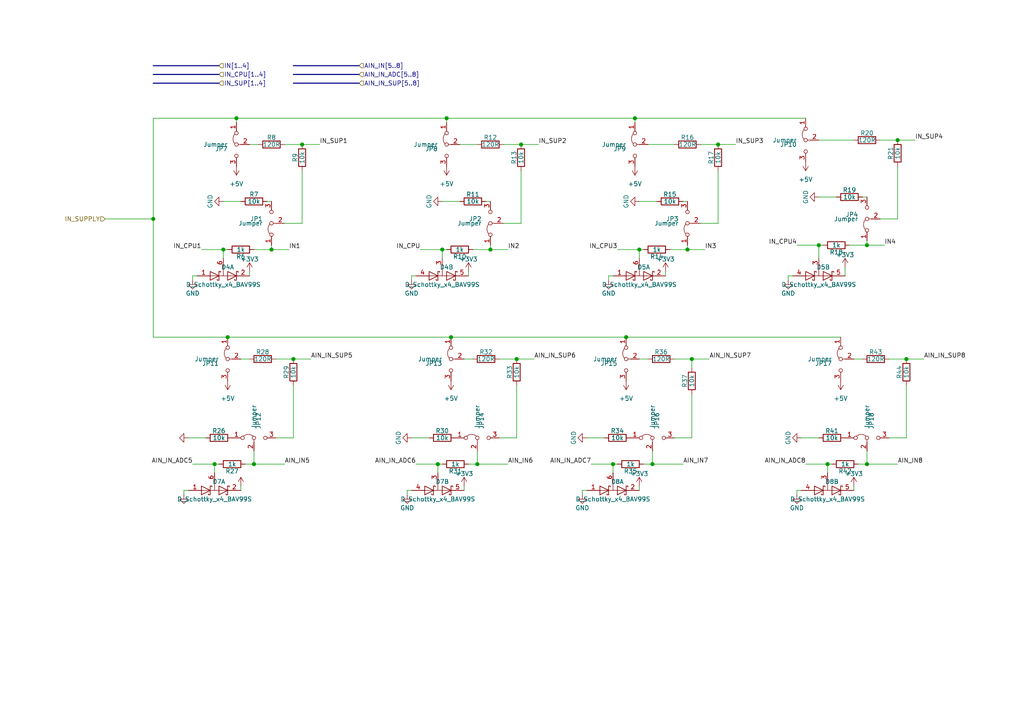
<source format=kicad_sch>
(kicad_sch (version 20201015) (generator eeschema)
  (paper "A4")
  (title_block (title "Uni printer") (date "2020-04-30") (rev "2.0") (company "Kartech") (comment 1 "jaroslaw.karwik@gmail.com"))
  (lib_symbols
    (symbol "Uni_Printer-rescue:+5V-power" (power) (pin_names (offset 0))
      (property "Value" "+5V-power" (at 0 3.556 0))
      (symbol "+5V-power_0_1"
        (polyline (pts (xy -0.762 1.27) (xy 0 2.54)))
        (polyline (pts (xy 0 0) (xy 0 2.54)))
        (polyline (pts (xy 0 2.54) (xy 0.762 1.27)))
      )
      (symbol "+5V-power_1_1"
        (pin power_in line (at 0 0 90) (length 0) hide (name "+5V") (number "1"))
      )
    )
    (symbol "Uni_Printer-rescue:D_Schottky_x4_BAV99S-RESCUE-step2cnc-Sensor_tank_v1-rescue-Uni_General_v1-rescue-Uni_Printer_v1-rescue" (pin_names (offset 0.762) hide)
      (property "Reference" "D" (at 1.27 -2.54 0))
      (property "Value" "D_Schottky_x4_BAV99S-RESCUE-step2cnc-Sensor_tank_v1-rescue-Uni_General_v1-rescue-Uni_Printer_v1-rescue" (at 0 2.54 0))
      (symbol "D_Schottky_x4_BAV99S-RESCUE-step2cnc-Sensor_tank_v1-rescue-Uni_General_v1-rescue-Uni_Printer_v1-rescue_0_1"
        (polyline (pts (xy 0 0) (xy 0 -2.54)))
        (polyline (pts (xy 3.81 0) (xy -3.81 0)))
        (polyline (pts (xy -1.27 -1.27) (xy -1.27 1.27) (xy -1.27 1.27)) (stroke (width 0.2032)))
        (polyline (pts (xy 3.81 1.27) (xy 3.81 -1.27) (xy 3.81 -1.27)) (stroke (width 0.2032)))
        (polyline (pts (xy -1.27 -1.27) (xy -0.762 -1.27) (xy -0.762 -1.016) (xy -0.762 -1.016)) (stroke (width 0.2032)))
        (polyline (pts (xy 3.81 -1.27) (xy 4.318 -1.27) (xy 4.318 -1.016) (xy 4.318 -1.016)) (stroke (width 0.2032)))
        (polyline (pts (xy 3.81 1.27) (xy 3.302 1.27) (xy 3.302 1.016) (xy 3.302 1.016)) (stroke (width 0.2032)))
        (polyline (pts (xy -1.778 1.016) (xy -1.778 1.27) (xy -1.27 1.27) (xy -1.27 1.27) (xy -1.27 1.27)) (stroke (width 0.2032)))
        (polyline (pts (xy -3.81 1.27) (xy -1.27 0) (xy -3.81 -1.27) (xy -3.81 1.27) (xy -3.81 1.27) (xy -3.81 1.27)) (stroke (width 0.2032)))
        (polyline (pts (xy 1.27 1.27) (xy 3.81 0) (xy 1.27 -1.27) (xy 1.27 1.27) (xy 1.27 1.27) (xy 1.27 1.27)) (stroke (width 0.2032)))
      )
      (symbol "D_Schottky_x4_BAV99S-RESCUE-step2cnc-Sensor_tank_v1-rescue-Uni_General_v1-rescue-Uni_Printer_v1-rescue_1_1"
        (pin passive line (at -7.62 0 0) (length 3.81) (name "A") (number "1"))
        (pin passive line (at 7.62 0 180) (length 3.81) (name "K") (number "2"))
        (pin passive line (at 0 -5.08 90) (length 2.54) (name "C") (number "6"))
      )
      (symbol "D_Schottky_x4_BAV99S-RESCUE-step2cnc-Sensor_tank_v1-rescue-Uni_General_v1-rescue-Uni_Printer_v1-rescue_2_1"
        (pin passive line (at 0 -5.08 90) (length 2.54) (name "C") (number "3"))
        (pin passive line (at -7.62 0 0) (length 3.81) (name "A") (number "4"))
        (pin passive line (at 7.62 0 180) (length 3.81) (name "K") (number "5"))
      )
    )
    (symbol "Uni_Printer-rescue:GND-Sensor_tank_v1-rescue-Uni_General_v1-rescue-Uni_Printer_v1-rescue" (power) (pin_names (offset 0))
      (property "Value" "GND-Sensor_tank_v1-rescue-Uni_General_v1-rescue-Uni_Printer_v1-rescue" (at 0 -3.81 0))
      (symbol "GND-Sensor_tank_v1-rescue-Uni_General_v1-rescue-Uni_Printer_v1-rescue_0_1"
        (polyline (pts (xy 0 0) (xy 0 -1.27) (xy 1.27 -1.27) (xy 0 -2.54) (xy -1.27 -1.27) (xy 0 -1.27)))
      )
      (symbol "GND-Sensor_tank_v1-rescue-Uni_General_v1-rescue-Uni_Printer_v1-rescue_1_1"
        (pin power_in line (at 0 0 270) (length 0) hide (name "GND") (number "1"))
      )
    )
    (symbol "Uni_Printer-rescue:Jumper_3_Bridged12-Jumper" (pin_names (offset 0) hide)
      (property "Reference" "JP" (at -2.54 -2.54 0))
      (property "Value" "Jumper_3_Bridged12-Jumper" (at 0 2.794 0))
      (symbol "Jumper_3_Bridged12-Jumper_0_0"
        (circle (center -3.302 0) (radius 0.508))
        (circle (center 0 0) (radius 0.508))
        (circle (center 3.302 0) (radius 0.508))
      )
      (symbol "Jumper_3_Bridged12-Jumper_0_1"
        (arc (start -3.048 0.508) (end -0.254 0.508) (radius (at -1.651 -1.27) (length 2.2606) (angles 128.2 51.8)))
        (polyline (pts (xy 0 -1.27) (xy 0 -0.508)))
      )
      (symbol "Jumper_3_Bridged12-Jumper_1_1"
        (pin passive line (at -6.35 0 0) (length 2.54) (name "A") (number "1"))
        (pin input line (at 0 -3.81 90) (length 2.54) (name "C") (number "2"))
        (pin passive line (at 6.35 0 180) (length 2.54) (name "B") (number "3"))
      )
    )
    (symbol "Uni_Printer-rescue:R-Sensor_tank_v1-rescue-Uni_General_v1-rescue-Uni_Printer_v1-rescue" (pin_numbers hide) (pin_names (offset 0))
      (property "Reference" "R" (at 2.032 0 90))
      (property "Value" "R-Sensor_tank_v1-rescue-Uni_General_v1-rescue-Uni_Printer_v1-rescue" (at 0 0 90))
      (symbol "R-Sensor_tank_v1-rescue-Uni_General_v1-rescue-Uni_Printer_v1-rescue_0_1"
        (rectangle (start -1.016 -2.54) (end 1.016 2.54) (stroke (width 0.254)))
      )
      (symbol "R-Sensor_tank_v1-rescue-Uni_General_v1-rescue-Uni_Printer_v1-rescue_1_1"
        (pin passive line (at 0 3.81 270) (length 1.27) (name "~") (number "1"))
        (pin passive line (at 0 -3.81 90) (length 1.27) (name "~") (number "2"))
      )
    )
    (symbol "power:+3V3" (power) (pin_names (offset 0))
      (property "Value" "+3V3" (at 0 3.556 0))
      (symbol "+3V3_0_1"
        (polyline (pts (xy -0.762 1.27) (xy 0 2.54)))
        (polyline (pts (xy 0 0) (xy 0 2.54)))
        (polyline (pts (xy 0 2.54) (xy 0.762 1.27)))
      )
      (symbol "+3V3_1_1"
        (pin power_in line (at 0 0 90) (length 0) hide (name "+3V3") (number "1"))
      )
    )
  )
  (junction (at 44.45 63.5) (diameter 1.016))
  (junction (at 62.23 134.62) (diameter 1.016))
  (junction (at 64.77 72.39) (diameter 1.016))
  (junction (at 66.04 97.79) (diameter 1.016))
  (junction (at 68.58 34.29) (diameter 1.016))
  (junction (at 73.66 134.62) (diameter 1.016))
  (junction (at 78.74 72.39) (diameter 1.016))
  (junction (at 85.09 104.14) (diameter 1.016))
  (junction (at 87.63 41.91) (diameter 1.016))
  (junction (at 127 134.62) (diameter 1.016))
  (junction (at 128.27 72.39) (diameter 1.016))
  (junction (at 129.54 34.29) (diameter 1.016))
  (junction (at 130.81 97.79) (diameter 1.016))
  (junction (at 138.43 134.62) (diameter 1.016))
  (junction (at 142.24 72.39) (diameter 1.016))
  (junction (at 149.86 104.14) (diameter 1.016))
  (junction (at 151.13 41.91) (diameter 1.016))
  (junction (at 177.8 134.62) (diameter 1.016))
  (junction (at 181.61 97.79) (diameter 1.016))
  (junction (at 184.15 34.29) (diameter 1.016))
  (junction (at 185.42 72.39) (diameter 1.016))
  (junction (at 189.23 134.62) (diameter 1.016))
  (junction (at 199.39 72.39) (diameter 1.016))
  (junction (at 200.66 104.14) (diameter 1.016))
  (junction (at 208.28 41.91) (diameter 1.016))
  (junction (at 237.49 71.12) (diameter 1.016))
  (junction (at 240.03 134.62) (diameter 1.016))
  (junction (at 251.46 71.12) (diameter 1.016))
  (junction (at 251.46 134.62) (diameter 1.016))
  (junction (at 260.35 40.64) (diameter 1.016))
  (junction (at 262.89 104.14) (diameter 1.016))
  (wire (pts (xy 30.48 63.5) (xy 44.45 63.5)))
  (wire (pts (xy 44.45 34.29) (xy 44.45 63.5)))
  (wire (pts (xy 44.45 63.5) (xy 44.45 97.79)))
  (wire (pts (xy 44.45 97.79) (xy 66.04 97.79)))
  (wire (pts (xy 53.34 142.24) (xy 53.34 143.51)))
  (wire (pts (xy 54.61 142.24) (xy 53.34 142.24)))
  (wire (pts (xy 55.88 80.01) (xy 55.88 81.28)))
  (wire (pts (xy 55.88 134.62) (xy 62.23 134.62)))
  (wire (pts (xy 57.15 80.01) (xy 55.88 80.01)))
  (wire (pts (xy 58.42 72.39) (xy 64.77 72.39)))
  (wire (pts (xy 59.69 127) (xy 54.61 127)))
  (wire (pts (xy 62.23 134.62) (xy 62.23 137.16)))
  (wire (pts (xy 62.23 134.62) (xy 63.5 134.62)))
  (wire (pts (xy 64.77 72.39) (xy 64.77 74.93)))
  (wire (pts (xy 64.77 72.39) (xy 66.04 72.39)))
  (wire (pts (xy 66.04 97.79) (xy 130.81 97.79)))
  (wire (pts (xy 68.58 34.29) (xy 44.45 34.29)))
  (wire (pts (xy 68.58 34.29) (xy 68.58 35.56)))
  (wire (pts (xy 69.85 58.42) (xy 64.77 58.42)))
  (wire (pts (xy 69.85 104.14) (xy 72.39 104.14)))
  (wire (pts (xy 69.85 142.24) (xy 69.85 140.97)))
  (wire (pts (xy 71.12 134.62) (xy 73.66 134.62)))
  (wire (pts (xy 72.39 41.91) (xy 74.93 41.91)))
  (wire (pts (xy 72.39 80.01) (xy 72.39 78.74)))
  (wire (pts (xy 73.66 72.39) (xy 78.74 72.39)))
  (wire (pts (xy 73.66 130.81) (xy 73.66 134.62)))
  (wire (pts (xy 73.66 134.62) (xy 82.55 134.62)))
  (wire (pts (xy 78.74 58.42) (xy 77.47 58.42)))
  (wire (pts (xy 78.74 71.12) (xy 78.74 72.39)))
  (wire (pts (xy 78.74 72.39) (xy 83.82 72.39)))
  (wire (pts (xy 80.01 104.14) (xy 85.09 104.14)))
  (wire (pts (xy 80.01 127) (xy 85.09 127)))
  (wire (pts (xy 82.55 41.91) (xy 87.63 41.91)))
  (wire (pts (xy 82.55 64.77) (xy 87.63 64.77)))
  (wire (pts (xy 85.09 104.14) (xy 90.17 104.14)))
  (wire (pts (xy 85.09 127) (xy 85.09 111.76)))
  (wire (pts (xy 87.63 41.91) (xy 92.71 41.91)))
  (wire (pts (xy 87.63 64.77) (xy 87.63 49.53)))
  (wire (pts (xy 118.11 142.24) (xy 118.11 143.51)))
  (wire (pts (xy 119.38 80.01) (xy 119.38 81.28)))
  (wire (pts (xy 119.38 142.24) (xy 118.11 142.24)))
  (wire (pts (xy 120.65 80.01) (xy 119.38 80.01)))
  (wire (pts (xy 120.65 134.62) (xy 127 134.62)))
  (wire (pts (xy 121.92 72.39) (xy 128.27 72.39)))
  (wire (pts (xy 124.46 127) (xy 119.38 127)))
  (wire (pts (xy 127 134.62) (xy 127 137.16)))
  (wire (pts (xy 127 134.62) (xy 128.27 134.62)))
  (wire (pts (xy 128.27 72.39) (xy 128.27 74.93)))
  (wire (pts (xy 128.27 72.39) (xy 129.54 72.39)))
  (wire (pts (xy 129.54 34.29) (xy 68.58 34.29)))
  (wire (pts (xy 129.54 34.29) (xy 129.54 35.56)))
  (wire (pts (xy 130.81 97.79) (xy 181.61 97.79)))
  (wire (pts (xy 133.35 41.91) (xy 138.43 41.91)))
  (wire (pts (xy 133.35 58.42) (xy 128.27 58.42)))
  (wire (pts (xy 134.62 104.14) (xy 137.16 104.14)))
  (wire (pts (xy 134.62 142.24) (xy 134.62 140.97)))
  (wire (pts (xy 135.89 80.01) (xy 135.89 78.74)))
  (wire (pts (xy 135.89 134.62) (xy 138.43 134.62)))
  (wire (pts (xy 137.16 72.39) (xy 142.24 72.39)))
  (wire (pts (xy 138.43 130.81) (xy 138.43 134.62)))
  (wire (pts (xy 138.43 134.62) (xy 147.32 134.62)))
  (wire (pts (xy 142.24 58.42) (xy 140.97 58.42)))
  (wire (pts (xy 142.24 71.12) (xy 142.24 72.39)))
  (wire (pts (xy 142.24 72.39) (xy 147.32 72.39)))
  (wire (pts (xy 144.78 104.14) (xy 149.86 104.14)))
  (wire (pts (xy 144.78 127) (xy 149.86 127)))
  (wire (pts (xy 146.05 41.91) (xy 151.13 41.91)))
  (wire (pts (xy 146.05 64.77) (xy 151.13 64.77)))
  (wire (pts (xy 149.86 104.14) (xy 154.94 104.14)))
  (wire (pts (xy 149.86 127) (xy 149.86 111.76)))
  (wire (pts (xy 151.13 41.91) (xy 156.21 41.91)))
  (wire (pts (xy 151.13 64.77) (xy 151.13 49.53)))
  (wire (pts (xy 168.91 142.24) (xy 168.91 143.51)))
  (wire (pts (xy 170.18 142.24) (xy 168.91 142.24)))
  (wire (pts (xy 171.45 134.62) (xy 177.8 134.62)))
  (wire (pts (xy 175.26 127) (xy 170.18 127)))
  (wire (pts (xy 176.53 80.01) (xy 176.53 81.28)))
  (wire (pts (xy 177.8 80.01) (xy 176.53 80.01)))
  (wire (pts (xy 177.8 134.62) (xy 177.8 137.16)))
  (wire (pts (xy 177.8 134.62) (xy 179.07 134.62)))
  (wire (pts (xy 179.07 72.39) (xy 185.42 72.39)))
  (wire (pts (xy 181.61 97.79) (xy 243.84 97.79)))
  (wire (pts (xy 184.15 34.29) (xy 129.54 34.29)))
  (wire (pts (xy 184.15 34.29) (xy 184.15 35.56)))
  (wire (pts (xy 185.42 72.39) (xy 185.42 74.93)))
  (wire (pts (xy 185.42 72.39) (xy 186.69 72.39)))
  (wire (pts (xy 185.42 104.14) (xy 187.96 104.14)))
  (wire (pts (xy 185.42 142.24) (xy 185.42 140.97)))
  (wire (pts (xy 186.69 134.62) (xy 189.23 134.62)))
  (wire (pts (xy 187.96 41.91) (xy 195.58 41.91)))
  (wire (pts (xy 189.23 130.81) (xy 189.23 134.62)))
  (wire (pts (xy 189.23 134.62) (xy 198.12 134.62)))
  (wire (pts (xy 190.5 58.42) (xy 185.42 58.42)))
  (wire (pts (xy 193.04 80.01) (xy 193.04 78.74)))
  (wire (pts (xy 194.31 72.39) (xy 199.39 72.39)))
  (wire (pts (xy 195.58 104.14) (xy 200.66 104.14)))
  (wire (pts (xy 195.58 127) (xy 200.66 127)))
  (wire (pts (xy 199.39 58.42) (xy 198.12 58.42)))
  (wire (pts (xy 199.39 71.12) (xy 199.39 72.39)))
  (wire (pts (xy 199.39 72.39) (xy 204.47 72.39)))
  (wire (pts (xy 200.66 104.14) (xy 200.66 106.68)))
  (wire (pts (xy 200.66 104.14) (xy 205.74 104.14)))
  (wire (pts (xy 200.66 114.3) (xy 200.66 127)))
  (wire (pts (xy 203.2 41.91) (xy 208.28 41.91)))
  (wire (pts (xy 203.2 64.77) (xy 208.28 64.77)))
  (wire (pts (xy 208.28 41.91) (xy 213.36 41.91)))
  (wire (pts (xy 208.28 64.77) (xy 208.28 49.53)))
  (wire (pts (xy 228.6 80.01) (xy 228.6 81.28)))
  (wire (pts (xy 229.87 80.01) (xy 228.6 80.01)))
  (wire (pts (xy 231.14 71.12) (xy 237.49 71.12)))
  (wire (pts (xy 231.14 142.24) (xy 231.14 143.51)))
  (wire (pts (xy 232.41 142.24) (xy 231.14 142.24)))
  (wire (pts (xy 233.68 34.29) (xy 184.15 34.29)))
  (wire (pts (xy 233.68 134.62) (xy 240.03 134.62)))
  (wire (pts (xy 237.49 40.64) (xy 247.65 40.64)))
  (wire (pts (xy 237.49 71.12) (xy 237.49 74.93)))
  (wire (pts (xy 237.49 71.12) (xy 238.76 71.12)))
  (wire (pts (xy 237.49 127) (xy 232.41 127)))
  (wire (pts (xy 240.03 134.62) (xy 240.03 137.16)))
  (wire (pts (xy 240.03 134.62) (xy 241.3 134.62)))
  (wire (pts (xy 242.57 57.15) (xy 237.49 57.15)))
  (wire (pts (xy 245.11 77.47) (xy 245.11 80.01)))
  (wire (pts (xy 246.38 71.12) (xy 251.46 71.12)))
  (wire (pts (xy 247.65 104.14) (xy 250.19 104.14)))
  (wire (pts (xy 247.65 142.24) (xy 247.65 140.97)))
  (wire (pts (xy 248.92 134.62) (xy 251.46 134.62)))
  (wire (pts (xy 251.46 57.15) (xy 250.19 57.15)))
  (wire (pts (xy 251.46 69.85) (xy 251.46 71.12)))
  (wire (pts (xy 251.46 71.12) (xy 256.54 71.12)))
  (wire (pts (xy 251.46 130.81) (xy 251.46 134.62)))
  (wire (pts (xy 251.46 134.62) (xy 260.35 134.62)))
  (wire (pts (xy 255.27 40.64) (xy 260.35 40.64)))
  (wire (pts (xy 255.27 63.5) (xy 260.35 63.5)))
  (wire (pts (xy 257.81 104.14) (xy 262.89 104.14)))
  (wire (pts (xy 257.81 127) (xy 262.89 127)))
  (wire (pts (xy 260.35 40.64) (xy 265.43 40.64)))
  (wire (pts (xy 260.35 63.5) (xy 260.35 48.26)))
  (wire (pts (xy 262.89 104.14) (xy 267.97 104.14)))
  (wire (pts (xy 262.89 127) (xy 262.89 111.76)))
  (bus (pts (xy 44.45 19.05) (xy 63.5 19.05)))
  (bus (pts (xy 44.45 21.59) (xy 63.5 21.59)))
  (bus (pts (xy 44.45 24.13) (xy 63.5 24.13)))
  (bus (pts (xy 85.09 19.05) (xy 104.14 19.05)))
  (bus (pts (xy 85.09 21.59) (xy 104.14 21.59)))
  (bus (pts (xy 85.09 24.13) (xy 104.14 24.13)))
  (label "AIN_IN_ADC5" (at 55.88 134.62 180))
  (label "IN_CPU1" (at 58.42 72.39 180))
  (label "AIN_IN5" (at 82.55 134.62 0))
  (label "IN1" (at 83.82 72.39 0))
  (label "AIN_IN_SUP5" (at 90.17 104.14 0))
  (label "IN_SUP1" (at 92.71 41.91 0))
  (label "AIN_IN_ADC6" (at 120.65 134.62 180))
  (label "IN_CPU" (at 121.92 72.39 180))
  (label "IN2" (at 147.32 72.39 0))
  (label "AIN_IN6" (at 147.32 134.62 0))
  (label "AIN_IN_SUP6" (at 154.94 104.14 0))
  (label "IN_SUP2" (at 156.21 41.91 0))
  (label "AIN_IN_ADC7" (at 171.45 134.62 180))
  (label "IN_CPU3" (at 179.07 72.39 180))
  (label "AIN_IN7" (at 198.12 134.62 0))
  (label "IN3" (at 204.47 72.39 0))
  (label "AIN_IN_SUP7" (at 205.74 104.14 0))
  (label "IN_SUP3" (at 213.36 41.91 0))
  (label "IN_CPU4" (at 231.14 71.12 180))
  (label "AIN_IN_ADC8" (at 233.68 134.62 180))
  (label "IN4" (at 256.54 71.12 0))
  (label "AIN_IN8" (at 260.35 134.62 0))
  (label "IN_SUP4" (at 265.43 40.64 0))
  (label "AIN_IN_SUP8" (at 267.97 104.14 0))
  (hierarchical_label "IN_SUPPLY" (shape input) (at 30.48 63.5 180))
  (hierarchical_label "IN[1..4]" (shape input) (at 63.5 19.05 0))
  (hierarchical_label "IN_CPU[1..4]" (shape input) (at 63.5 21.59 0))
  (hierarchical_label "IN_SUP[1..4]" (shape input) (at 63.5 24.13 0))
  (hierarchical_label "AIN_IN[5..8]" (shape input) (at 104.14 19.05 0))
  (hierarchical_label "AIN_IN_ADC[5..8]" (shape input) (at 104.14 21.59 0))
  (hierarchical_label "AIN_IN_SUP[5..8]" (shape input) (at 104.14 24.13 0))
  (symbol (lib_id "Uni_Printer-rescue:+5V-power") (at 66.04 110.49 180) (unit 1)
    (property "Reference" "#PWR07" (effects hide))
    (property "Value" "+5V" (at 66.04 115.57 0))
  )
  (symbol (lib_id "Uni_Printer-rescue:+5V-power") (at 68.58 48.26 180) (unit 1)
    (property "Reference" "#PWR0132" (effects hide))
    (property "Value" "+5V" (at 68.58 53.34 0))
  )
  (symbol (lib_id "power:+3V3") (at 69.85 140.97 0) (unit 1)
    (property "Reference" "#PWR08" (effects hide))
    (property "Value" "+3V3" (effects hide))
  )
  (symbol (lib_id "power:+3V3") (at 72.39 78.74 0) (unit 1)
    (property "Reference" "#PWR066" (effects hide))
    (property "Value" "+3V3" (at 72.39 75.184 0))
  )
  (symbol (lib_id "Uni_Printer-rescue:+5V-power") (at 129.54 48.26 180) (unit 1)
    (property "Reference" "#PWR0136" (effects hide))
    (property "Value" "+5V" (at 129.54 53.34 0))
  )
  (symbol (lib_id "Uni_Printer-rescue:+5V-power") (at 130.81 110.49 180) (unit 1)
    (property "Reference" "#PWR013" (effects hide))
    (property "Value" "+5V" (at 130.81 115.57 0))
  )
  (symbol (lib_id "power:+3V3") (at 134.62 140.97 0) (unit 1)
    (property "Reference" "#PWR014" (effects hide))
    (property "Value" "+3V3" (at 134.62 137.414 0))
  )
  (symbol (lib_id "power:+3V3") (at 135.89 78.74 0) (unit 1)
    (property "Reference" "#PWR070" (effects hide))
    (property "Value" "+3V3" (at 135.89 75.184 0))
  )
  (symbol (lib_id "Uni_Printer-rescue:+5V-power") (at 181.61 110.49 180) (unit 1)
    (property "Reference" "#PWR017" (effects hide))
    (property "Value" "+5V" (at 181.61 115.57 0))
  )
  (symbol (lib_id "Uni_Printer-rescue:+5V-power") (at 184.15 48.26 180) (unit 1)
    (property "Reference" "#PWR0134" (effects hide))
    (property "Value" "+5V" (at 184.15 53.34 0))
  )
  (symbol (lib_id "power:+3V3") (at 185.42 140.97 0) (unit 1)
    (property "Reference" "#PWR018" (effects hide))
    (property "Value" "+3V3" (at 185.42 137.414 0))
  )
  (symbol (lib_id "power:+3V3") (at 193.04 78.74 0) (unit 1)
    (property "Reference" "#PWR074" (effects hide))
    (property "Value" "+3V3" (at 193.04 75.184 0))
  )
  (symbol (lib_id "Uni_Printer-rescue:+5V-power") (at 233.68 46.99 180) (unit 1)
    (property "Reference" "#PWR0131" (effects hide))
    (property "Value" "+5V" (at 233.68 52.07 0))
  )
  (symbol (lib_id "Uni_Printer-rescue:+5V-power") (at 243.84 110.49 180) (unit 1)
    (property "Reference" "#PWR021" (effects hide))
    (property "Value" "+5V" (at 243.84 115.57 0))
  )
  (symbol (lib_id "power:+3V3") (at 245.11 77.47 0) (unit 1)
    (property "Reference" "#PWR078" (effects hide))
    (property "Value" "+3V3" (at 245.11 73.914 0))
  )
  (symbol (lib_id "power:+3V3") (at 247.65 140.97 0) (unit 1)
    (property "Reference" "#PWR022" (effects hide))
    (property "Value" "+3V3" (at 247.65 137.414 0))
  )
  (symbol (lib_id "Uni_Printer-rescue:GND-Sensor_tank_v1-rescue-Uni_General_v1-rescue-Uni_Printer_v1-rescue") (at 53.34 143.51 0) (unit 1)
    (property "Reference" "#PWR05" (effects hide))
    (property "Value" "GND-Sensor_tank_v1-rescue-Uni_General_v1-rescue-Uni_Printer_v1-rescue" (effects hide))
  )
  (symbol (lib_id "Uni_Printer-rescue:GND-Sensor_tank_v1-rescue-Uni_General_v1-rescue-Uni_Printer_v1-rescue") (at 54.61 127 270) (unit 1)
    (property "Reference" "#PWR06" (effects hide))
    (property "Value" "GND-Sensor_tank_v1-rescue-Uni_General_v1-rescue-Uni_Printer_v1-rescue" (effects hide))
  )
  (symbol (lib_id "Uni_Printer-rescue:GND-Sensor_tank_v1-rescue-Uni_General_v1-rescue-Uni_Printer_v1-rescue") (at 55.88 81.28 0) (unit 1)
    (property "Reference" "#PWR063" (effects hide))
    (property "Value" "GND" (at 55.88 85.09 0))
  )
  (symbol (lib_id "Uni_Printer-rescue:GND-Sensor_tank_v1-rescue-Uni_General_v1-rescue-Uni_Printer_v1-rescue") (at 64.77 58.42 270) (unit 1)
    (property "Reference" "#PWR064" (effects hide))
    (property "Value" "GND" (at 60.96 58.42 0))
  )
  (symbol (lib_id "Uni_Printer-rescue:GND-Sensor_tank_v1-rescue-Uni_General_v1-rescue-Uni_Printer_v1-rescue") (at 118.11 143.51 0) (unit 1)
    (property "Reference" "#PWR09" (effects hide))
    (property "Value" "GND" (at 118.11 147.32 0))
  )
  (symbol (lib_id "Uni_Printer-rescue:GND-Sensor_tank_v1-rescue-Uni_General_v1-rescue-Uni_Printer_v1-rescue") (at 119.38 81.28 0) (unit 1)
    (property "Reference" "#PWR067" (effects hide))
    (property "Value" "GND" (at 119.38 85.09 0))
  )
  (symbol (lib_id "Uni_Printer-rescue:GND-Sensor_tank_v1-rescue-Uni_General_v1-rescue-Uni_Printer_v1-rescue") (at 119.38 127 270) (unit 1)
    (property "Reference" "#PWR010" (effects hide))
    (property "Value" "GND" (at 115.57 127 0))
  )
  (symbol (lib_id "Uni_Printer-rescue:GND-Sensor_tank_v1-rescue-Uni_General_v1-rescue-Uni_Printer_v1-rescue") (at 128.27 58.42 270) (unit 1)
    (property "Reference" "#PWR068" (effects hide))
    (property "Value" "GND" (at 124.46 58.42 0))
  )
  (symbol (lib_id "Uni_Printer-rescue:GND-Sensor_tank_v1-rescue-Uni_General_v1-rescue-Uni_Printer_v1-rescue") (at 168.91 143.51 0) (unit 1)
    (property "Reference" "#PWR015" (effects hide))
    (property "Value" "GND" (at 168.91 147.32 0))
  )
  (symbol (lib_id "Uni_Printer-rescue:GND-Sensor_tank_v1-rescue-Uni_General_v1-rescue-Uni_Printer_v1-rescue") (at 170.18 127 270) (unit 1)
    (property "Reference" "#PWR016" (effects hide))
    (property "Value" "GND" (at 166.37 127 0))
  )
  (symbol (lib_id "Uni_Printer-rescue:GND-Sensor_tank_v1-rescue-Uni_General_v1-rescue-Uni_Printer_v1-rescue") (at 176.53 81.28 0) (unit 1)
    (property "Reference" "#PWR071" (effects hide))
    (property "Value" "GND" (at 176.53 85.09 0))
  )
  (symbol (lib_id "Uni_Printer-rescue:GND-Sensor_tank_v1-rescue-Uni_General_v1-rescue-Uni_Printer_v1-rescue") (at 185.42 58.42 270) (unit 1)
    (property "Reference" "#PWR072" (effects hide))
    (property "Value" "GND" (at 181.61 58.42 0))
  )
  (symbol (lib_id "Uni_Printer-rescue:GND-Sensor_tank_v1-rescue-Uni_General_v1-rescue-Uni_Printer_v1-rescue") (at 228.6 81.28 0) (unit 1)
    (property "Reference" "#PWR075" (effects hide))
    (property "Value" "GND" (at 228.6 85.09 0))
  )
  (symbol (lib_id "Uni_Printer-rescue:GND-Sensor_tank_v1-rescue-Uni_General_v1-rescue-Uni_Printer_v1-rescue") (at 231.14 143.51 0) (unit 1)
    (property "Reference" "#PWR019" (effects hide))
    (property "Value" "GND" (at 231.14 147.32 0))
  )
  (symbol (lib_id "Uni_Printer-rescue:GND-Sensor_tank_v1-rescue-Uni_General_v1-rescue-Uni_Printer_v1-rescue") (at 232.41 127 270) (unit 1)
    (property "Reference" "#PWR020" (effects hide))
    (property "Value" "GND" (at 228.6 127 0))
  )
  (symbol (lib_id "Uni_Printer-rescue:GND-Sensor_tank_v1-rescue-Uni_General_v1-rescue-Uni_Printer_v1-rescue") (at 237.49 57.15 270) (unit 1)
    (property "Reference" "#PWR076" (effects hide))
    (property "Value" "GND" (at 233.68 57.15 0))
  )
  (symbol (lib_id "Uni_Printer-rescue:R-Sensor_tank_v1-rescue-Uni_General_v1-rescue-Uni_Printer_v1-rescue") (at 63.5 127 90) (unit 1)
    (property "Reference" "R26" (at 63.5 124.968 90))
    (property "Value" "10k" (at 63.5 127 90))
    (property "Footprint" "Resistor_SMD:R_0603_1608Metric" (effects hide))
  )
  (symbol (lib_id "Uni_Printer-rescue:R-Sensor_tank_v1-rescue-Uni_General_v1-rescue-Uni_Printer_v1-rescue") (at 67.31 134.62 270) (unit 1)
    (property "Reference" "R27" (at 67.31 136.652 90))
    (property "Value" "1k" (at 67.31 134.62 90))
    (property "Footprint" "Resistor_SMD:R_0603_1608Metric" (effects hide))
  )
  (symbol (lib_id "Uni_Printer-rescue:R-Sensor_tank_v1-rescue-Uni_General_v1-rescue-Uni_Printer_v1-rescue") (at 69.85 72.39 270) (unit 1)
    (property "Reference" "R6" (at 69.85 74.422 90))
    (property "Value" "1k" (at 69.85 72.39 90))
    (property "Footprint" "Resistor_SMD:R_0603_1608Metric" (effects hide))
  )
  (symbol (lib_id "Uni_Printer-rescue:R-Sensor_tank_v1-rescue-Uni_General_v1-rescue-Uni_Printer_v1-rescue") (at 73.66 58.42 90) (unit 1)
    (property "Reference" "R7" (at 73.66 56.388 90))
    (property "Value" "10k" (at 73.66 58.42 90))
    (property "Footprint" "Resistor_SMD:R_0603_1608Metric" (effects hide))
  )
  (symbol (lib_id "Uni_Printer-rescue:R-Sensor_tank_v1-rescue-Uni_General_v1-rescue-Uni_Printer_v1-rescue") (at 76.2 104.14 90) (unit 1)
    (property "Reference" "R28" (at 76.2 102.108 90))
    (property "Value" "120R" (at 76.2 104.14 90))
    (property "Footprint" "Resistor_SMD:R_0603_1608Metric" (effects hide))
  )
  (symbol (lib_id "Uni_Printer-rescue:R-Sensor_tank_v1-rescue-Uni_General_v1-rescue-Uni_Printer_v1-rescue") (at 78.74 41.91 90) (unit 1)
    (property "Reference" "R8" (at 78.74 39.878 90))
    (property "Value" "120R" (at 78.74 41.91 90))
    (property "Footprint" "Resistor_SMD:R_0603_1608Metric" (effects hide))
  )
  (symbol (lib_id "Uni_Printer-rescue:R-Sensor_tank_v1-rescue-Uni_General_v1-rescue-Uni_Printer_v1-rescue") (at 85.09 107.95 180) (unit 1)
    (property "Reference" "R29" (at 83.058 107.95 90))
    (property "Value" "10k" (at 85.09 107.95 90))
    (property "Footprint" "Resistor_SMD:R_0603_1608Metric" (effects hide))
  )
  (symbol (lib_id "Uni_Printer-rescue:R-Sensor_tank_v1-rescue-Uni_General_v1-rescue-Uni_Printer_v1-rescue") (at 87.63 45.72 180) (unit 1)
    (property "Reference" "R9" (at 85.598 45.72 90))
    (property "Value" "10k" (at 87.63 45.72 90))
    (property "Footprint" "Resistor_SMD:R_0603_1608Metric" (effects hide))
  )
  (symbol (lib_id "Uni_Printer-rescue:R-Sensor_tank_v1-rescue-Uni_General_v1-rescue-Uni_Printer_v1-rescue") (at 128.27 127 90) (unit 1)
    (property "Reference" "R30" (at 128.27 124.968 90))
    (property "Value" "10k" (at 128.27 127 90))
    (property "Footprint" "Resistor_SMD:R_0603_1608Metric" (effects hide))
  )
  (symbol (lib_id "Uni_Printer-rescue:R-Sensor_tank_v1-rescue-Uni_General_v1-rescue-Uni_Printer_v1-rescue") (at 132.08 134.62 270) (unit 1)
    (property "Reference" "R31" (at 132.08 136.652 90))
    (property "Value" "1k" (at 132.08 134.62 90))
    (property "Footprint" "Resistor_SMD:R_0603_1608Metric" (effects hide))
  )
  (symbol (lib_id "Uni_Printer-rescue:R-Sensor_tank_v1-rescue-Uni_General_v1-rescue-Uni_Printer_v1-rescue") (at 133.35 72.39 270) (unit 1)
    (property "Reference" "R10" (at 133.35 74.422 90))
    (property "Value" "1k" (at 133.35 72.39 90))
    (property "Footprint" "Resistor_SMD:R_0603_1608Metric" (effects hide))
  )
  (symbol (lib_id "Uni_Printer-rescue:R-Sensor_tank_v1-rescue-Uni_General_v1-rescue-Uni_Printer_v1-rescue") (at 137.16 58.42 90) (unit 1)
    (property "Reference" "R11" (at 137.16 56.388 90))
    (property "Value" "10k" (at 137.16 58.42 90))
    (property "Footprint" "Resistor_SMD:R_0603_1608Metric" (effects hide))
  )
  (symbol (lib_id "Uni_Printer-rescue:R-Sensor_tank_v1-rescue-Uni_General_v1-rescue-Uni_Printer_v1-rescue") (at 140.97 104.14 90) (unit 1)
    (property "Reference" "R32" (at 140.97 102.108 90))
    (property "Value" "120R" (at 140.97 104.14 90))
    (property "Footprint" "Resistor_SMD:R_0603_1608Metric" (effects hide))
  )
  (symbol (lib_id "Uni_Printer-rescue:R-Sensor_tank_v1-rescue-Uni_General_v1-rescue-Uni_Printer_v1-rescue") (at 142.24 41.91 90) (unit 1)
    (property "Reference" "R12" (at 142.24 39.878 90))
    (property "Value" "120R" (at 142.24 41.91 90))
    (property "Footprint" "Resistor_SMD:R_0603_1608Metric" (effects hide))
  )
  (symbol (lib_id "Uni_Printer-rescue:R-Sensor_tank_v1-rescue-Uni_General_v1-rescue-Uni_Printer_v1-rescue") (at 149.86 107.95 180) (unit 1)
    (property "Reference" "R33" (at 147.828 107.95 90))
    (property "Value" "10k" (at 149.86 107.95 90))
    (property "Footprint" "Resistor_SMD:R_0603_1608Metric" (effects hide))
  )
  (symbol (lib_id "Uni_Printer-rescue:R-Sensor_tank_v1-rescue-Uni_General_v1-rescue-Uni_Printer_v1-rescue") (at 151.13 45.72 180) (unit 1)
    (property "Reference" "R13" (at 149.098 45.72 90))
    (property "Value" "10k" (at 151.13 45.72 90))
    (property "Footprint" "Resistor_SMD:R_0603_1608Metric" (effects hide))
  )
  (symbol (lib_id "Uni_Printer-rescue:R-Sensor_tank_v1-rescue-Uni_General_v1-rescue-Uni_Printer_v1-rescue") (at 179.07 127 90) (unit 1)
    (property "Reference" "R34" (at 179.07 124.968 90))
    (property "Value" "10k" (at 179.07 127 90))
    (property "Footprint" "Resistor_SMD:R_0603_1608Metric" (effects hide))
  )
  (symbol (lib_id "Uni_Printer-rescue:R-Sensor_tank_v1-rescue-Uni_General_v1-rescue-Uni_Printer_v1-rescue") (at 182.88 134.62 270) (unit 1)
    (property "Reference" "R35" (at 182.88 136.652 90))
    (property "Value" "1k" (at 182.88 134.62 90))
    (property "Footprint" "Resistor_SMD:R_0603_1608Metric" (effects hide))
  )
  (symbol (lib_id "Uni_Printer-rescue:R-Sensor_tank_v1-rescue-Uni_General_v1-rescue-Uni_Printer_v1-rescue") (at 190.5 72.39 270) (unit 1)
    (property "Reference" "R14" (at 190.5 74.422 90))
    (property "Value" "1k" (at 190.5 72.39 90))
    (property "Footprint" "Resistor_SMD:R_0603_1608Metric" (effects hide))
  )
  (symbol (lib_id "Uni_Printer-rescue:R-Sensor_tank_v1-rescue-Uni_General_v1-rescue-Uni_Printer_v1-rescue") (at 191.77 104.14 90) (unit 1)
    (property "Reference" "R36" (at 191.77 102.108 90))
    (property "Value" "120R" (at 191.77 104.14 90))
    (property "Footprint" "Resistor_SMD:R_0603_1608Metric" (effects hide))
  )
  (symbol (lib_id "Uni_Printer-rescue:R-Sensor_tank_v1-rescue-Uni_General_v1-rescue-Uni_Printer_v1-rescue") (at 194.31 58.42 90) (unit 1)
    (property "Reference" "R15" (at 194.31 56.388 90))
    (property "Value" "10k" (at 194.31 58.42 90))
    (property "Footprint" "Resistor_SMD:R_0603_1608Metric" (effects hide))
  )
  (symbol (lib_id "Uni_Printer-rescue:R-Sensor_tank_v1-rescue-Uni_General_v1-rescue-Uni_Printer_v1-rescue") (at 199.39 41.91 90) (unit 1)
    (property "Reference" "R16" (at 199.39 39.878 90))
    (property "Value" "120R" (at 199.39 41.91 90))
    (property "Footprint" "Resistor_SMD:R_0603_1608Metric" (effects hide))
  )
  (symbol (lib_id "Uni_Printer-rescue:R-Sensor_tank_v1-rescue-Uni_General_v1-rescue-Uni_Printer_v1-rescue") (at 200.66 110.49 180) (unit 1)
    (property "Reference" "R37" (at 198.628 110.49 90))
    (property "Value" "10k" (at 200.66 110.49 90))
    (property "Footprint" "Resistor_SMD:R_0603_1608Metric" (effects hide))
  )
  (symbol (lib_id "Uni_Printer-rescue:R-Sensor_tank_v1-rescue-Uni_General_v1-rescue-Uni_Printer_v1-rescue") (at 208.28 45.72 180) (unit 1)
    (property "Reference" "R17" (at 206.248 45.72 90))
    (property "Value" "10k" (at 208.28 45.72 90))
    (property "Footprint" "Resistor_SMD:R_0603_1608Metric" (effects hide))
  )
  (symbol (lib_id "Uni_Printer-rescue:R-Sensor_tank_v1-rescue-Uni_General_v1-rescue-Uni_Printer_v1-rescue") (at 241.3 127 90) (unit 1)
    (property "Reference" "R41" (at 241.3 124.968 90))
    (property "Value" "10k" (at 241.3 127 90))
    (property "Footprint" "Resistor_SMD:R_0603_1608Metric" (effects hide))
  )
  (symbol (lib_id "Uni_Printer-rescue:R-Sensor_tank_v1-rescue-Uni_General_v1-rescue-Uni_Printer_v1-rescue") (at 242.57 71.12 270) (unit 1)
    (property "Reference" "R18" (at 242.57 73.152 90))
    (property "Value" "1k" (at 242.57 71.12 90))
    (property "Footprint" "Resistor_SMD:R_0603_1608Metric" (effects hide))
  )
  (symbol (lib_id "Uni_Printer-rescue:R-Sensor_tank_v1-rescue-Uni_General_v1-rescue-Uni_Printer_v1-rescue") (at 245.11 134.62 270) (unit 1)
    (property "Reference" "R42" (at 245.11 136.652 90))
    (property "Value" "1k" (at 245.11 134.62 90))
    (property "Footprint" "Resistor_SMD:R_0603_1608Metric" (effects hide))
  )
  (symbol (lib_id "Uni_Printer-rescue:R-Sensor_tank_v1-rescue-Uni_General_v1-rescue-Uni_Printer_v1-rescue") (at 246.38 57.15 90) (unit 1)
    (property "Reference" "R19" (at 246.38 55.118 90))
    (property "Value" "10k" (at 246.38 57.15 90))
    (property "Footprint" "Resistor_SMD:R_0603_1608Metric" (effects hide))
  )
  (symbol (lib_id "Uni_Printer-rescue:R-Sensor_tank_v1-rescue-Uni_General_v1-rescue-Uni_Printer_v1-rescue") (at 251.46 40.64 90) (unit 1)
    (property "Reference" "R20" (at 251.46 38.608 90))
    (property "Value" "120R" (at 251.46 40.64 90))
    (property "Footprint" "Resistor_SMD:R_0603_1608Metric" (effects hide))
  )
  (symbol (lib_id "Uni_Printer-rescue:R-Sensor_tank_v1-rescue-Uni_General_v1-rescue-Uni_Printer_v1-rescue") (at 254 104.14 90) (unit 1)
    (property "Reference" "R43" (at 254 102.108 90))
    (property "Value" "120R" (at 254 104.14 90))
    (property "Footprint" "Resistor_SMD:R_0603_1608Metric" (effects hide))
  )
  (symbol (lib_id "Uni_Printer-rescue:R-Sensor_tank_v1-rescue-Uni_General_v1-rescue-Uni_Printer_v1-rescue") (at 260.35 44.45 180) (unit 1)
    (property "Reference" "R21" (at 258.318 44.45 90))
    (property "Value" "10k" (at 260.35 44.45 90))
    (property "Footprint" "Resistor_SMD:R_0603_1608Metric" (effects hide))
  )
  (symbol (lib_id "Uni_Printer-rescue:R-Sensor_tank_v1-rescue-Uni_General_v1-rescue-Uni_Printer_v1-rescue") (at 262.89 107.95 180) (unit 1)
    (property "Reference" "R44" (at 260.858 107.95 90))
    (property "Value" "10k" (at 262.89 107.95 90))
    (property "Footprint" "Resistor_SMD:R_0603_1608Metric" (effects hide))
  )
  (symbol (lib_id "Uni_Printer-rescue:Jumper_3_Bridged12-Jumper") (at 66.04 104.14 90) (mirror x) (unit 1)
    (property "Reference" "JP11" (at 63.5 105.41 90) (effects (justify left)))
    (property "Value" "Jumper" (at 63.5 104.14 90) (effects (justify left)))
    (property "Footprint" "moje:SolderJumper-3-open" (effects hide))
  )
  (symbol (lib_id "Uni_Printer-rescue:Jumper_3_Bridged12-Jumper") (at 68.58 41.91 90) (mirror x) (unit 1)
    (property "Reference" "JP7" (at 66.04 43.18 90) (effects (justify left)))
    (property "Value" "Jumper" (at 66.04 41.91 90) (effects (justify left)))
    (property "Footprint" "moje:SolderJumper-3-open" (effects hide))
  )
  (symbol (lib_id "Uni_Printer-rescue:Jumper_3_Bridged12-Jumper") (at 73.66 127 0) (unit 1)
    (property "Reference" "JP12" (at 74.93 124.46 90) (effects (justify left)))
    (property "Value" "Jumper" (at 73.66 124.46 90) (effects (justify left)))
    (property "Footprint" "moje:SolderJumper-3-open" (effects hide))
  )
  (symbol (lib_id "Uni_Printer-rescue:Jumper_3_Bridged12-Jumper") (at 78.74 64.77 90) (unit 1)
    (property "Reference" "JP1" (at 76.2 63.5 90) (effects (justify left)))
    (property "Value" "Jumper" (at 76.2 64.77 90) (effects (justify left)))
    (property "Footprint" "moje:SolderJumper-3-open" (effects hide))
  )
  (symbol (lib_id "Uni_Printer-rescue:Jumper_3_Bridged12-Jumper") (at 129.54 41.91 90) (mirror x) (unit 1)
    (property "Reference" "JP8" (at 127 43.18 90) (effects (justify left)))
    (property "Value" "Jumper" (at 127 41.91 90) (effects (justify left)))
    (property "Footprint" "moje:SolderJumper-3-open" (effects hide))
  )
  (symbol (lib_id "Uni_Printer-rescue:Jumper_3_Bridged12-Jumper") (at 130.81 104.14 90) (mirror x) (unit 1)
    (property "Reference" "JP13" (at 128.27 105.41 90) (effects (justify left)))
    (property "Value" "Jumper" (at 128.27 104.14 90) (effects (justify left)))
    (property "Footprint" "moje:SolderJumper-3-open" (effects hide))
  )
  (symbol (lib_id "Uni_Printer-rescue:Jumper_3_Bridged12-Jumper") (at 138.43 127 0) (unit 1)
    (property "Reference" "JP14" (at 139.7 124.46 90) (effects (justify left)))
    (property "Value" "Jumper" (at 138.43 124.46 90) (effects (justify left)))
    (property "Footprint" "moje:SolderJumper-3-open" (effects hide))
  )
  (symbol (lib_id "Uni_Printer-rescue:Jumper_3_Bridged12-Jumper") (at 142.24 64.77 90) (unit 1)
    (property "Reference" "JP2" (at 139.7 63.5 90) (effects (justify left)))
    (property "Value" "Jumper" (at 139.7 64.77 90) (effects (justify left)))
    (property "Footprint" "moje:SolderJumper-3-open" (effects hide))
  )
  (symbol (lib_id "Uni_Printer-rescue:Jumper_3_Bridged12-Jumper") (at 181.61 104.14 90) (mirror x) (unit 1)
    (property "Reference" "JP15" (at 179.07 105.41 90) (effects (justify left)))
    (property "Value" "Jumper" (at 179.07 104.14 90) (effects (justify left)))
    (property "Footprint" "moje:SolderJumper-3-open" (effects hide))
  )
  (symbol (lib_id "Uni_Printer-rescue:Jumper_3_Bridged12-Jumper") (at 184.15 41.91 90) (mirror x) (unit 1)
    (property "Reference" "JP9" (at 181.61 43.18 90) (effects (justify left)))
    (property "Value" "Jumper" (at 181.61 41.91 90) (effects (justify left)))
    (property "Footprint" "moje:SolderJumper-3-open" (effects hide))
  )
  (symbol (lib_id "Uni_Printer-rescue:Jumper_3_Bridged12-Jumper") (at 189.23 127 0) (unit 1)
    (property "Reference" "JP16" (at 190.5 124.46 90) (effects (justify left)))
    (property "Value" "Jumper" (at 189.23 124.46 90) (effects (justify left)))
    (property "Footprint" "moje:SolderJumper-3-open" (effects hide))
  )
  (symbol (lib_id "Uni_Printer-rescue:Jumper_3_Bridged12-Jumper") (at 199.39 64.77 90) (unit 1)
    (property "Reference" "JP3" (at 196.85 63.5 90) (effects (justify left)))
    (property "Value" "Jumper" (at 196.85 64.77 90) (effects (justify left)))
    (property "Footprint" "moje:SolderJumper-3-open" (effects hide))
  )
  (symbol (lib_id "Uni_Printer-rescue:Jumper_3_Bridged12-Jumper") (at 233.68 40.64 90) (mirror x) (unit 1)
    (property "Reference" "JP10" (at 231.14 41.91 90) (effects (justify left)))
    (property "Value" "Jumper" (at 231.14 40.64 90) (effects (justify left)))
    (property "Footprint" "moje:SolderJumper-3-open" (effects hide))
  )
  (symbol (lib_id "Uni_Printer-rescue:Jumper_3_Bridged12-Jumper") (at 243.84 104.14 90) (mirror x) (unit 1)
    (property "Reference" "JP17" (at 241.3 105.41 90) (effects (justify left)))
    (property "Value" "Jumper" (at 241.3 104.14 90) (effects (justify left)))
    (property "Footprint" "moje:SolderJumper-3-open" (effects hide))
  )
  (symbol (lib_id "Uni_Printer-rescue:Jumper_3_Bridged12-Jumper") (at 251.46 63.5 90) (unit 1)
    (property "Reference" "JP4" (at 248.92 62.23 90) (effects (justify left)))
    (property "Value" "Jumper" (at 248.92 63.5 90) (effects (justify left)))
    (property "Footprint" "moje:SolderJumper-3-open" (effects hide))
  )
  (symbol (lib_id "Uni_Printer-rescue:Jumper_3_Bridged12-Jumper") (at 251.46 127 0) (unit 1)
    (property "Reference" "JP18" (at 252.73 124.46 90) (effects (justify left)))
    (property "Value" "Jumper" (at 251.46 124.46 90) (effects (justify left)))
    (property "Footprint" "moje:SolderJumper-3-open" (effects hide))
  )
  (symbol (lib_id "Uni_Printer-rescue:D_Schottky_x4_BAV99S-RESCUE-step2cnc-Sensor_tank_v1-rescue-Uni_General_v1-rescue-Uni_Printer_v1-rescue") (at 62.23 142.24 0) (mirror x) (unit 1)
    (property "Reference" "D7" (at 63.5 139.7 0))
    (property "Value" "D_Schottky_x4_BAV99S" (at 62.23 144.78 0))
    (property "Footprint" "moje:SOT-363" (effects hide))
    (property "TME" "BAV99S.115" (effects hide))
  )
  (symbol (lib_id "Uni_Printer-rescue:D_Schottky_x4_BAV99S-RESCUE-step2cnc-Sensor_tank_v1-rescue-Uni_General_v1-rescue-Uni_Printer_v1-rescue") (at 64.77 80.01 0) (mirror x) (unit 1)
    (property "Reference" "D4" (at 66.04 77.47 0))
    (property "Value" "D_Schottky_x4_BAV99S" (at 64.77 82.55 0))
    (property "Footprint" "moje:SOT-363" (effects hide))
    (property "TME" "BAV99S.115" (effects hide))
  )
  (symbol (lib_id "Uni_Printer-rescue:D_Schottky_x4_BAV99S-RESCUE-step2cnc-Sensor_tank_v1-rescue-Uni_General_v1-rescue-Uni_Printer_v1-rescue") (at 127 142.24 0) (mirror x) (unit 2)
    (property "Reference" "D7" (at 128.27 139.7 0))
    (property "Value" "D_Schottky_x4_BAV99S" (at 127 144.78 0))
    (property "Footprint" "moje:SOT-363" (effects hide))
    (property "TME" "BAV99S.115" (effects hide))
  )
  (symbol (lib_id "Uni_Printer-rescue:D_Schottky_x4_BAV99S-RESCUE-step2cnc-Sensor_tank_v1-rescue-Uni_General_v1-rescue-Uni_Printer_v1-rescue") (at 128.27 80.01 0) (mirror x) (unit 2)
    (property "Reference" "D4" (at 129.54 77.47 0))
    (property "Value" "D_Schottky_x4_BAV99S" (at 128.27 82.55 0))
    (property "Footprint" "moje:SOT-363" (effects hide))
    (property "TME" "BAV99S.115" (effects hide))
  )
  (symbol (lib_id "Uni_Printer-rescue:D_Schottky_x4_BAV99S-RESCUE-step2cnc-Sensor_tank_v1-rescue-Uni_General_v1-rescue-Uni_Printer_v1-rescue") (at 177.8 142.24 0) (mirror x) (unit 1)
    (property "Reference" "D8" (at 179.07 139.7 0))
    (property "Value" "D_Schottky_x4_BAV99S" (at 177.8 144.78 0))
    (property "Footprint" "moje:SOT-363" (effects hide))
    (property "TME" "BAV99S.115" (effects hide))
  )
  (symbol (lib_id "Uni_Printer-rescue:D_Schottky_x4_BAV99S-RESCUE-step2cnc-Sensor_tank_v1-rescue-Uni_General_v1-rescue-Uni_Printer_v1-rescue") (at 185.42 80.01 0) (mirror x) (unit 1)
    (property "Reference" "D5" (at 186.69 77.47 0))
    (property "Value" "D_Schottky_x4_BAV99S" (at 185.42 82.55 0))
    (property "Footprint" "moje:SOT-363" (effects hide))
    (property "TME" "BAV99S.115" (effects hide))
  )
  (symbol (lib_id "Uni_Printer-rescue:D_Schottky_x4_BAV99S-RESCUE-step2cnc-Sensor_tank_v1-rescue-Uni_General_v1-rescue-Uni_Printer_v1-rescue") (at 237.49 80.01 0) (mirror x) (unit 2)
    (property "Reference" "D5" (at 238.76 77.47 0))
    (property "Value" "D_Schottky_x4_BAV99S" (at 237.49 82.55 0))
    (property "Footprint" "moje:SOT-363" (effects hide))
    (property "TME" "BAV99S.115" (effects hide))
  )
  (symbol (lib_id "Uni_Printer-rescue:D_Schottky_x4_BAV99S-RESCUE-step2cnc-Sensor_tank_v1-rescue-Uni_General_v1-rescue-Uni_Printer_v1-rescue") (at 240.03 142.24 0) (mirror x) (unit 2)
    (property "Reference" "D8" (at 241.3 139.7 0))
    (property "Value" "D_Schottky_x4_BAV99S" (at 240.03 144.78 0))
    (property "Footprint" "moje:SOT-363" (effects hide))
    (property "TME" "BAV99S.115" (effects hide))
  )
)
</source>
